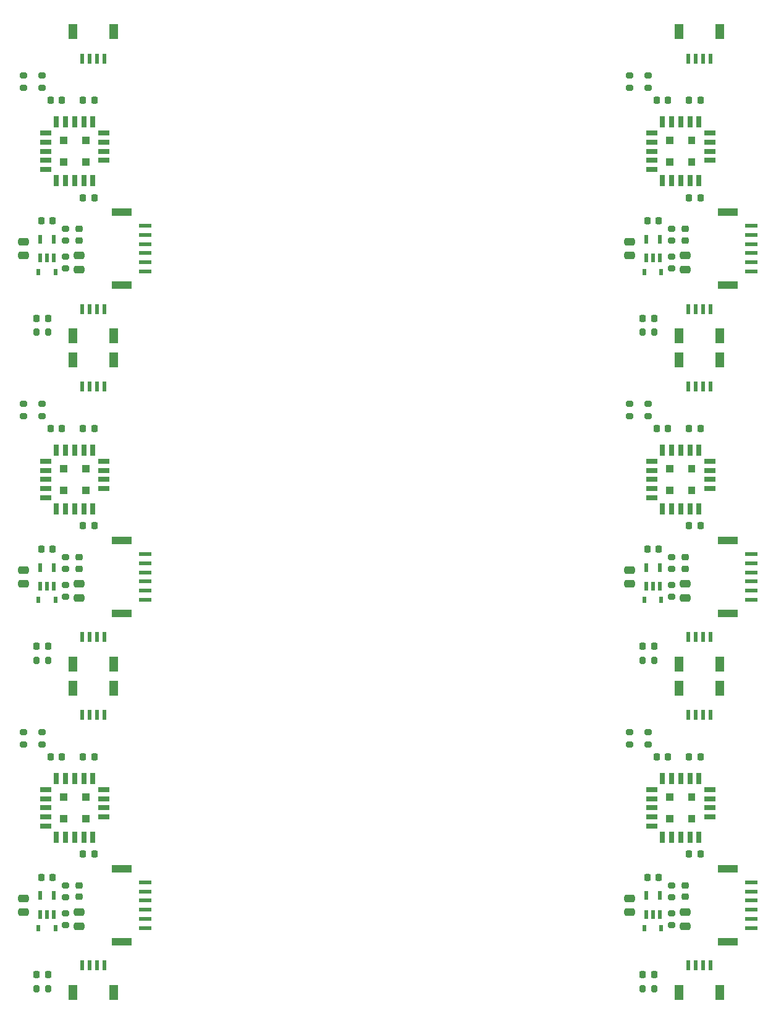
<source format=gtp>
%TF.GenerationSoftware,KiCad,Pcbnew,7.0.10*%
%TF.CreationDate,2024-03-13T14:29:21-06:00*%
%TF.ProjectId,SparkFun Indoor Air Quality Sensor - SCD41 SEN55_panelized,53706172-6b46-4756-9e20-496e646f6f72,v10*%
%TF.SameCoordinates,Original*%
%TF.FileFunction,Paste,Top*%
%TF.FilePolarity,Positive*%
%FSLAX46Y46*%
G04 Gerber Fmt 4.6, Leading zero omitted, Abs format (unit mm)*
G04 Created by KiCad (PCBNEW 7.0.10) date 2024-03-13 14:29:21*
%MOMM*%
%LPD*%
G01*
G04 APERTURE LIST*
G04 Aperture macros list*
%AMRoundRect*
0 Rectangle with rounded corners*
0 $1 Rounding radius*
0 $2 $3 $4 $5 $6 $7 $8 $9 X,Y pos of 4 corners*
0 Add a 4 corners polygon primitive as box body*
4,1,4,$2,$3,$4,$5,$6,$7,$8,$9,$2,$3,0*
0 Add four circle primitives for the rounded corners*
1,1,$1+$1,$2,$3*
1,1,$1+$1,$4,$5*
1,1,$1+$1,$6,$7*
1,1,$1+$1,$8,$9*
0 Add four rect primitives between the rounded corners*
20,1,$1+$1,$2,$3,$4,$5,0*
20,1,$1+$1,$4,$5,$6,$7,0*
20,1,$1+$1,$6,$7,$8,$9,0*
20,1,$1+$1,$8,$9,$2,$3,0*%
G04 Aperture macros list end*
%ADD10RoundRect,0.225000X-0.225000X-0.250000X0.225000X-0.250000X0.225000X0.250000X-0.225000X0.250000X0*%
%ADD11RoundRect,0.225000X0.225000X0.250000X-0.225000X0.250000X-0.225000X-0.250000X0.225000X-0.250000X0*%
%ADD12RoundRect,0.200000X0.275000X-0.200000X0.275000X0.200000X-0.275000X0.200000X-0.275000X-0.200000X0*%
%ADD13R,1.500000X0.800000*%
%ADD14R,0.800000X1.500000*%
%ADD15RoundRect,0.200000X-0.200000X-0.275000X0.200000X-0.275000X0.200000X0.275000X-0.200000X0.275000X0*%
%ADD16RoundRect,0.225000X0.250000X-0.225000X0.250000X0.225000X-0.250000X0.225000X-0.250000X-0.225000X0*%
%ADD17R,0.600000X1.350000*%
%ADD18R,1.200000X2.000000*%
%ADD19RoundRect,0.250000X-0.475000X0.250000X-0.475000X-0.250000X0.475000X-0.250000X0.475000X0.250000X0*%
%ADD20RoundRect,0.218750X-0.218750X-0.256250X0.218750X-0.256250X0.218750X0.256250X-0.218750X0.256250X0*%
%ADD21R,0.550000X1.200000*%
%ADD22R,1.700000X0.600000*%
%ADD23R,2.700000X1.000000*%
%ADD24R,0.630000X0.830000*%
G04 APERTURE END LIST*
%TO.C,U3*%
G36*
X156170000Y114570000D02*
G01*
X155170000Y114570000D01*
X155170000Y115570000D01*
X156170000Y115570000D01*
X156170000Y114570000D01*
G37*
G36*
X156170000Y117570000D02*
G01*
X155170000Y117570000D01*
X155170000Y118570000D01*
X156170000Y118570000D01*
X156170000Y117570000D01*
G37*
G36*
X153170000Y114570000D02*
G01*
X152170000Y114570000D01*
X152170000Y115570000D01*
X153170000Y115570000D01*
X153170000Y114570000D01*
G37*
G36*
X153170000Y117570000D02*
G01*
X152170000Y117570000D01*
X152170000Y118570000D01*
X153170000Y118570000D01*
X153170000Y117570000D01*
G37*
G36*
X156170000Y69620000D02*
G01*
X155170000Y69620000D01*
X155170000Y70620000D01*
X156170000Y70620000D01*
X156170000Y69620000D01*
G37*
G36*
X156170000Y72620000D02*
G01*
X155170000Y72620000D01*
X155170000Y73620000D01*
X156170000Y73620000D01*
X156170000Y72620000D01*
G37*
G36*
X153170000Y69620000D02*
G01*
X152170000Y69620000D01*
X152170000Y70620000D01*
X153170000Y70620000D01*
X153170000Y69620000D01*
G37*
G36*
X153170000Y72620000D02*
G01*
X152170000Y72620000D01*
X152170000Y73620000D01*
X153170000Y73620000D01*
X153170000Y72620000D01*
G37*
G36*
X156170000Y24670000D02*
G01*
X155170000Y24670000D01*
X155170000Y25670000D01*
X156170000Y25670000D01*
X156170000Y24670000D01*
G37*
G36*
X156170000Y27670000D02*
G01*
X155170000Y27670000D01*
X155170000Y28670000D01*
X156170000Y28670000D01*
X156170000Y27670000D01*
G37*
G36*
X153170000Y24670000D02*
G01*
X152170000Y24670000D01*
X152170000Y25670000D01*
X153170000Y25670000D01*
X153170000Y24670000D01*
G37*
G36*
X153170000Y27670000D02*
G01*
X152170000Y27670000D01*
X152170000Y28670000D01*
X153170000Y28670000D01*
X153170000Y27670000D01*
G37*
G36*
X73120000Y114570000D02*
G01*
X72120000Y114570000D01*
X72120000Y115570000D01*
X73120000Y115570000D01*
X73120000Y114570000D01*
G37*
G36*
X73120000Y117570000D02*
G01*
X72120000Y117570000D01*
X72120000Y118570000D01*
X73120000Y118570000D01*
X73120000Y117570000D01*
G37*
G36*
X70120000Y114570000D02*
G01*
X69120000Y114570000D01*
X69120000Y115570000D01*
X70120000Y115570000D01*
X70120000Y114570000D01*
G37*
G36*
X70120000Y117570000D02*
G01*
X69120000Y117570000D01*
X69120000Y118570000D01*
X70120000Y118570000D01*
X70120000Y117570000D01*
G37*
G36*
X73120000Y69620000D02*
G01*
X72120000Y69620000D01*
X72120000Y70620000D01*
X73120000Y70620000D01*
X73120000Y69620000D01*
G37*
G36*
X73120000Y72620000D02*
G01*
X72120000Y72620000D01*
X72120000Y73620000D01*
X73120000Y73620000D01*
X73120000Y72620000D01*
G37*
G36*
X70120000Y69620000D02*
G01*
X69120000Y69620000D01*
X69120000Y70620000D01*
X70120000Y70620000D01*
X70120000Y69620000D01*
G37*
G36*
X70120000Y72620000D02*
G01*
X69120000Y72620000D01*
X69120000Y73620000D01*
X70120000Y73620000D01*
X70120000Y72620000D01*
G37*
G36*
X73120000Y24670000D02*
G01*
X72120000Y24670000D01*
X72120000Y25670000D01*
X73120000Y25670000D01*
X73120000Y24670000D01*
G37*
G36*
X73120000Y27670000D02*
G01*
X72120000Y27670000D01*
X72120000Y28670000D01*
X73120000Y28670000D01*
X73120000Y27670000D01*
G37*
G36*
X70120000Y24670000D02*
G01*
X69120000Y24670000D01*
X69120000Y25670000D01*
X70120000Y25670000D01*
X70120000Y24670000D01*
G37*
G36*
X70120000Y27670000D02*
G01*
X69120000Y27670000D01*
X69120000Y28670000D01*
X70120000Y28670000D01*
X70120000Y27670000D01*
G37*
%TD*%
D10*
%TO.C,C7*%
X149585000Y107045000D03*
X151135000Y107045000D03*
%TD*%
%TO.C,C7*%
X149585000Y62095000D03*
X151135000Y62095000D03*
%TD*%
%TO.C,C7*%
X149585000Y17145000D03*
X151135000Y17145000D03*
%TD*%
%TO.C,C7*%
X66535000Y107045000D03*
X68085000Y107045000D03*
%TD*%
%TO.C,C7*%
X66535000Y62095000D03*
X68085000Y62095000D03*
%TD*%
D11*
%TO.C,C5*%
X152405000Y123555000D03*
X150855000Y123555000D03*
%TD*%
%TO.C,C5*%
X152405000Y78605000D03*
X150855000Y78605000D03*
%TD*%
%TO.C,C5*%
X152405000Y33655000D03*
X150855000Y33655000D03*
%TD*%
%TO.C,C5*%
X69355000Y123555000D03*
X67805000Y123555000D03*
%TD*%
%TO.C,C5*%
X69355000Y78605000D03*
X67805000Y78605000D03*
%TD*%
D12*
%TO.C,R5*%
X152900000Y100505000D03*
X152900000Y102155000D03*
%TD*%
%TO.C,R5*%
X152900000Y55555000D03*
X152900000Y57205000D03*
%TD*%
%TO.C,R5*%
X152900000Y10605000D03*
X152900000Y12255000D03*
%TD*%
%TO.C,R5*%
X69850000Y100505000D03*
X69850000Y102155000D03*
%TD*%
%TO.C,R5*%
X69850000Y55555000D03*
X69850000Y57205000D03*
%TD*%
%TO.C,R1*%
X149725000Y125270000D03*
X149725000Y126920000D03*
%TD*%
%TO.C,R1*%
X149725000Y80320000D03*
X149725000Y81970000D03*
%TD*%
%TO.C,R1*%
X149725000Y35370000D03*
X149725000Y37020000D03*
%TD*%
%TO.C,R1*%
X66675000Y125270000D03*
X66675000Y126920000D03*
%TD*%
%TO.C,R1*%
X66675000Y80320000D03*
X66675000Y81970000D03*
%TD*%
D13*
%TO.C,U3*%
X158170000Y115320000D03*
X158170000Y116570000D03*
X158170000Y117820000D03*
X158170000Y119070000D03*
D14*
X156670000Y120570000D03*
X155420000Y120570000D03*
X154170000Y120570000D03*
X152920000Y120570000D03*
X151670000Y120570000D03*
D13*
X150170000Y119070000D03*
X150170000Y117820000D03*
X150170000Y116570000D03*
X150170000Y115320000D03*
X150170000Y114070000D03*
D14*
X151670000Y112570000D03*
X152920000Y112570000D03*
X154170000Y112570000D03*
X155420000Y112570000D03*
X156670000Y112570000D03*
%TD*%
D13*
%TO.C,U3*%
X158170000Y70370000D03*
X158170000Y71620000D03*
X158170000Y72870000D03*
X158170000Y74120000D03*
D14*
X156670000Y75620000D03*
X155420000Y75620000D03*
X154170000Y75620000D03*
X152920000Y75620000D03*
X151670000Y75620000D03*
D13*
X150170000Y74120000D03*
X150170000Y72870000D03*
X150170000Y71620000D03*
X150170000Y70370000D03*
X150170000Y69120000D03*
D14*
X151670000Y67620000D03*
X152920000Y67620000D03*
X154170000Y67620000D03*
X155420000Y67620000D03*
X156670000Y67620000D03*
%TD*%
D13*
%TO.C,U3*%
X158170000Y25420000D03*
X158170000Y26670000D03*
X158170000Y27920000D03*
X158170000Y29170000D03*
D14*
X156670000Y30670000D03*
X155420000Y30670000D03*
X154170000Y30670000D03*
X152920000Y30670000D03*
X151670000Y30670000D03*
D13*
X150170000Y29170000D03*
X150170000Y27920000D03*
X150170000Y26670000D03*
X150170000Y25420000D03*
X150170000Y24170000D03*
D14*
X151670000Y22670000D03*
X152920000Y22670000D03*
X154170000Y22670000D03*
X155420000Y22670000D03*
X156670000Y22670000D03*
%TD*%
D13*
%TO.C,U3*%
X75120000Y115320000D03*
X75120000Y116570000D03*
X75120000Y117820000D03*
X75120000Y119070000D03*
D14*
X73620000Y120570000D03*
X72370000Y120570000D03*
X71120000Y120570000D03*
X69870000Y120570000D03*
X68620000Y120570000D03*
D13*
X67120000Y119070000D03*
X67120000Y117820000D03*
X67120000Y116570000D03*
X67120000Y115320000D03*
X67120000Y114070000D03*
D14*
X68620000Y112570000D03*
X69870000Y112570000D03*
X71120000Y112570000D03*
X72370000Y112570000D03*
X73620000Y112570000D03*
%TD*%
D13*
%TO.C,U3*%
X75120000Y70370000D03*
X75120000Y71620000D03*
X75120000Y72870000D03*
X75120000Y74120000D03*
D14*
X73620000Y75620000D03*
X72370000Y75620000D03*
X71120000Y75620000D03*
X69870000Y75620000D03*
X68620000Y75620000D03*
D13*
X67120000Y74120000D03*
X67120000Y72870000D03*
X67120000Y71620000D03*
X67120000Y70370000D03*
X67120000Y69120000D03*
D14*
X68620000Y67620000D03*
X69870000Y67620000D03*
X71120000Y67620000D03*
X72370000Y67620000D03*
X73620000Y67620000D03*
%TD*%
D15*
%TO.C,R3*%
X148900000Y91805000D03*
X150550000Y91805000D03*
%TD*%
%TO.C,R3*%
X148900000Y46855000D03*
X150550000Y46855000D03*
%TD*%
%TO.C,R3*%
X148900000Y1905000D03*
X150550000Y1905000D03*
%TD*%
%TO.C,R3*%
X65850000Y91805000D03*
X67500000Y91805000D03*
%TD*%
%TO.C,R3*%
X65850000Y46855000D03*
X67500000Y46855000D03*
%TD*%
D10*
%TO.C,C1*%
X155300000Y110220000D03*
X156850000Y110220000D03*
%TD*%
%TO.C,C1*%
X155300000Y65270000D03*
X156850000Y65270000D03*
%TD*%
%TO.C,C1*%
X155300000Y20320000D03*
X156850000Y20320000D03*
%TD*%
%TO.C,C1*%
X72250000Y110220000D03*
X73800000Y110220000D03*
%TD*%
%TO.C,C1*%
X72250000Y65270000D03*
X73800000Y65270000D03*
%TD*%
D12*
%TO.C,R6*%
X152900000Y104315000D03*
X152900000Y105965000D03*
%TD*%
%TO.C,R6*%
X152900000Y59365000D03*
X152900000Y61015000D03*
%TD*%
%TO.C,R6*%
X152900000Y14415000D03*
X152900000Y16065000D03*
%TD*%
%TO.C,R6*%
X69850000Y104315000D03*
X69850000Y105965000D03*
%TD*%
%TO.C,R6*%
X69850000Y59365000D03*
X69850000Y61015000D03*
%TD*%
D16*
%TO.C,C9*%
X154805000Y104365000D03*
X154805000Y105915000D03*
%TD*%
%TO.C,C9*%
X154805000Y59415000D03*
X154805000Y60965000D03*
%TD*%
%TO.C,C9*%
X154805000Y14465000D03*
X154805000Y16015000D03*
%TD*%
%TO.C,C9*%
X71755000Y104365000D03*
X71755000Y105915000D03*
%TD*%
%TO.C,C9*%
X71755000Y59415000D03*
X71755000Y60965000D03*
%TD*%
D12*
%TO.C,R2*%
X147185000Y125270000D03*
X147185000Y126920000D03*
%TD*%
%TO.C,R2*%
X147185000Y80320000D03*
X147185000Y81970000D03*
%TD*%
%TO.C,R2*%
X147185000Y35370000D03*
X147185000Y37020000D03*
%TD*%
%TO.C,R2*%
X64135000Y125270000D03*
X64135000Y126920000D03*
%TD*%
%TO.C,R2*%
X64135000Y80320000D03*
X64135000Y81970000D03*
%TD*%
D17*
%TO.C,J2*%
X158210000Y129270000D03*
X157210000Y129270000D03*
X156210000Y129270000D03*
X155210000Y129270000D03*
D18*
X153910000Y132945000D03*
X159510000Y132945000D03*
%TD*%
D17*
%TO.C,J2*%
X158210000Y84320000D03*
X157210000Y84320000D03*
X156210000Y84320000D03*
X155210000Y84320000D03*
D18*
X153910000Y87995000D03*
X159510000Y87995000D03*
%TD*%
D17*
%TO.C,J2*%
X158210000Y39370000D03*
X157210000Y39370000D03*
X156210000Y39370000D03*
X155210000Y39370000D03*
D18*
X153910000Y43045000D03*
X159510000Y43045000D03*
%TD*%
D17*
%TO.C,J2*%
X75160000Y129270000D03*
X74160000Y129270000D03*
X73160000Y129270000D03*
X72160000Y129270000D03*
D18*
X70860000Y132945000D03*
X76460000Y132945000D03*
%TD*%
D17*
%TO.C,J2*%
X75160000Y84320000D03*
X74160000Y84320000D03*
X73160000Y84320000D03*
X72160000Y84320000D03*
D18*
X70860000Y87995000D03*
X76460000Y87995000D03*
%TD*%
D17*
%TO.C,J1*%
X155210000Y94980000D03*
X156210000Y94980000D03*
X157210000Y94980000D03*
X158210000Y94980000D03*
D18*
X159510000Y91305000D03*
X153910000Y91305000D03*
%TD*%
D17*
%TO.C,J1*%
X155210000Y50030000D03*
X156210000Y50030000D03*
X157210000Y50030000D03*
X158210000Y50030000D03*
D18*
X159510000Y46355000D03*
X153910000Y46355000D03*
%TD*%
D17*
%TO.C,J1*%
X155210000Y5080000D03*
X156210000Y5080000D03*
X157210000Y5080000D03*
X158210000Y5080000D03*
D18*
X159510000Y1405000D03*
X153910000Y1405000D03*
%TD*%
D17*
%TO.C,J1*%
X72160000Y94980000D03*
X73160000Y94980000D03*
X74160000Y94980000D03*
X75160000Y94980000D03*
D18*
X76460000Y91305000D03*
X70860000Y91305000D03*
%TD*%
D17*
%TO.C,J1*%
X72160000Y50030000D03*
X73160000Y50030000D03*
X74160000Y50030000D03*
X75160000Y50030000D03*
D18*
X76460000Y46355000D03*
X70860000Y46355000D03*
%TD*%
D19*
%TO.C,L2*%
X147185000Y104185000D03*
X147185000Y102285000D03*
%TD*%
%TO.C,L2*%
X147185000Y59235000D03*
X147185000Y57335000D03*
%TD*%
%TO.C,L2*%
X147185000Y14285000D03*
X147185000Y12385000D03*
%TD*%
%TO.C,L2*%
X64135000Y104185000D03*
X64135000Y102285000D03*
%TD*%
%TO.C,L2*%
X64135000Y59235000D03*
X64135000Y57335000D03*
%TD*%
%TO.C,C2*%
X154805000Y102280000D03*
X154805000Y100380000D03*
%TD*%
%TO.C,C2*%
X154805000Y57330000D03*
X154805000Y55430000D03*
%TD*%
%TO.C,C2*%
X154805000Y12380000D03*
X154805000Y10480000D03*
%TD*%
%TO.C,C2*%
X71755000Y102280000D03*
X71755000Y100380000D03*
%TD*%
%TO.C,C2*%
X71755000Y57330000D03*
X71755000Y55430000D03*
%TD*%
D20*
%TO.C,D1*%
X148937500Y93710000D03*
X150512500Y93710000D03*
%TD*%
%TO.C,D1*%
X148937500Y48760000D03*
X150512500Y48760000D03*
%TD*%
%TO.C,D1*%
X148937500Y3810000D03*
X150512500Y3810000D03*
%TD*%
%TO.C,D1*%
X65887500Y93710000D03*
X67462500Y93710000D03*
%TD*%
%TO.C,D1*%
X65887500Y48760000D03*
X67462500Y48760000D03*
%TD*%
D10*
%TO.C,C4*%
X155300000Y123555000D03*
X156850000Y123555000D03*
%TD*%
%TO.C,C4*%
X155300000Y78605000D03*
X156850000Y78605000D03*
%TD*%
%TO.C,C4*%
X155300000Y33655000D03*
X156850000Y33655000D03*
%TD*%
%TO.C,C4*%
X72250000Y123555000D03*
X73800000Y123555000D03*
%TD*%
%TO.C,C4*%
X72250000Y78605000D03*
X73800000Y78605000D03*
%TD*%
D21*
%TO.C,U5*%
X149410000Y101934900D03*
X150360000Y101934900D03*
X151310000Y101934900D03*
X151310000Y104535100D03*
X149410000Y104535100D03*
%TD*%
%TO.C,U5*%
X149410000Y56984900D03*
X150360000Y56984900D03*
X151310000Y56984900D03*
X151310000Y59585100D03*
X149410000Y59585100D03*
%TD*%
%TO.C,U5*%
X149410000Y12034900D03*
X150360000Y12034900D03*
X151310000Y12034900D03*
X151310000Y14635100D03*
X149410000Y14635100D03*
%TD*%
%TO.C,U5*%
X66360000Y101934900D03*
X67310000Y101934900D03*
X68260000Y101934900D03*
X68260000Y104535100D03*
X66360000Y104535100D03*
%TD*%
%TO.C,U5*%
X66360000Y56984900D03*
X67310000Y56984900D03*
X68260000Y56984900D03*
X68260000Y59585100D03*
X66360000Y59585100D03*
%TD*%
D22*
%TO.C,U1*%
X163820000Y106360000D03*
X163820000Y105110000D03*
X163820000Y103860000D03*
X163820000Y102610000D03*
X163820000Y101360000D03*
X163820000Y100110000D03*
D23*
X160620000Y98260000D03*
X160620000Y108210000D03*
%TD*%
D22*
%TO.C,U1*%
X163820000Y61410000D03*
X163820000Y60160000D03*
X163820000Y58910000D03*
X163820000Y57660000D03*
X163820000Y56410000D03*
X163820000Y55160000D03*
D23*
X160620000Y53310000D03*
X160620000Y63260000D03*
%TD*%
D22*
%TO.C,U1*%
X163820000Y16460000D03*
X163820000Y15210000D03*
X163820000Y13960000D03*
X163820000Y12710000D03*
X163820000Y11460000D03*
X163820000Y10210000D03*
D23*
X160620000Y8360000D03*
X160620000Y18310000D03*
%TD*%
D22*
%TO.C,U1*%
X80770000Y106360000D03*
X80770000Y105110000D03*
X80770000Y103860000D03*
X80770000Y102610000D03*
X80770000Y101360000D03*
X80770000Y100110000D03*
D23*
X77570000Y98260000D03*
X77570000Y108210000D03*
%TD*%
D22*
%TO.C,U1*%
X80770000Y61410000D03*
X80770000Y60160000D03*
X80770000Y58910000D03*
X80770000Y57660000D03*
X80770000Y56410000D03*
X80770000Y55160000D03*
D23*
X77570000Y53310000D03*
X77570000Y63260000D03*
%TD*%
D24*
%TO.C,D2*%
X149210000Y100060000D03*
X151510000Y100060000D03*
%TD*%
%TO.C,D2*%
X149210000Y55110000D03*
X151510000Y55110000D03*
%TD*%
%TO.C,D2*%
X149210000Y10160000D03*
X151510000Y10160000D03*
%TD*%
%TO.C,D2*%
X66160000Y100060000D03*
X68460000Y100060000D03*
%TD*%
%TO.C,D2*%
X66160000Y55110000D03*
X68460000Y55110000D03*
%TD*%
%TO.C,D2*%
X66160000Y10160000D03*
X68460000Y10160000D03*
%TD*%
D22*
%TO.C,U1*%
X80770000Y16460000D03*
X80770000Y15210000D03*
X80770000Y13960000D03*
X80770000Y12710000D03*
X80770000Y11460000D03*
X80770000Y10210000D03*
D23*
X77570000Y8360000D03*
X77570000Y18310000D03*
%TD*%
D21*
%TO.C,U5*%
X66360000Y12034900D03*
X67310000Y12034900D03*
X68260000Y12034900D03*
X68260000Y14635100D03*
X66360000Y14635100D03*
%TD*%
D10*
%TO.C,C4*%
X72250000Y33655000D03*
X73800000Y33655000D03*
%TD*%
D20*
%TO.C,D1*%
X65887500Y3810000D03*
X67462500Y3810000D03*
%TD*%
D19*
%TO.C,C2*%
X71755000Y12380000D03*
X71755000Y10480000D03*
%TD*%
%TO.C,L2*%
X64135000Y14285000D03*
X64135000Y12385000D03*
%TD*%
D17*
%TO.C,J1*%
X72160000Y5080000D03*
X73160000Y5080000D03*
X74160000Y5080000D03*
X75160000Y5080000D03*
D18*
X76460000Y1405000D03*
X70860000Y1405000D03*
%TD*%
D17*
%TO.C,J2*%
X75160000Y39370000D03*
X74160000Y39370000D03*
X73160000Y39370000D03*
X72160000Y39370000D03*
D18*
X70860000Y43045000D03*
X76460000Y43045000D03*
%TD*%
D12*
%TO.C,R2*%
X64135000Y35370000D03*
X64135000Y37020000D03*
%TD*%
D16*
%TO.C,C9*%
X71755000Y14465000D03*
X71755000Y16015000D03*
%TD*%
D12*
%TO.C,R6*%
X69850000Y14415000D03*
X69850000Y16065000D03*
%TD*%
D10*
%TO.C,C1*%
X72250000Y20320000D03*
X73800000Y20320000D03*
%TD*%
D15*
%TO.C,R3*%
X65850000Y1905000D03*
X67500000Y1905000D03*
%TD*%
D13*
%TO.C,U3*%
X75120000Y25420000D03*
X75120000Y26670000D03*
X75120000Y27920000D03*
X75120000Y29170000D03*
D14*
X73620000Y30670000D03*
X72370000Y30670000D03*
X71120000Y30670000D03*
X69870000Y30670000D03*
X68620000Y30670000D03*
D13*
X67120000Y29170000D03*
X67120000Y27920000D03*
X67120000Y26670000D03*
X67120000Y25420000D03*
X67120000Y24170000D03*
D14*
X68620000Y22670000D03*
X69870000Y22670000D03*
X71120000Y22670000D03*
X72370000Y22670000D03*
X73620000Y22670000D03*
%TD*%
D12*
%TO.C,R1*%
X66675000Y35370000D03*
X66675000Y37020000D03*
%TD*%
%TO.C,R5*%
X69850000Y10605000D03*
X69850000Y12255000D03*
%TD*%
D11*
%TO.C,C5*%
X69355000Y33655000D03*
X67805000Y33655000D03*
%TD*%
D10*
%TO.C,C7*%
X66535000Y17145000D03*
X68085000Y17145000D03*
%TD*%
M02*

</source>
